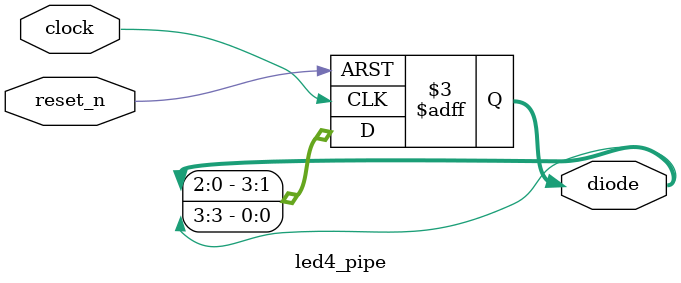
<source format=v>
module led4_pipe (
  reset_n,
  clock,
  diode
);

  input             reset_n;
  input             clock;
  output [3:0]      diode;

  reg    [3:0]      diode;

  always @( posedge clock or negedge reset_n ) begin
    if ( ~reset_n ) begin
      diode[3:0] <= 4'b0001;
    end
    else begin
      diode[0] <= diode[3];
      diode[1] <= diode[0];
      diode[2] <= diode[1];
      diode[3] <= diode[2];
    end
  end

endmodule


</source>
